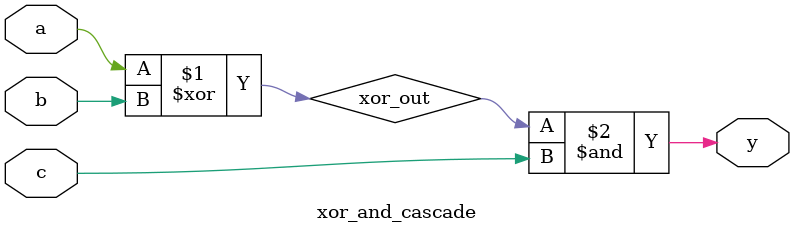
<source format=v>
module xor_and_cascade (
    input wire a,
    input wire b,
    input wire c,
    output wire y
);

wire xor_out;

assign xor_out = a ^ b; // XOR gate
assign y = xor_out & c; // AND gate

endmodule

</source>
